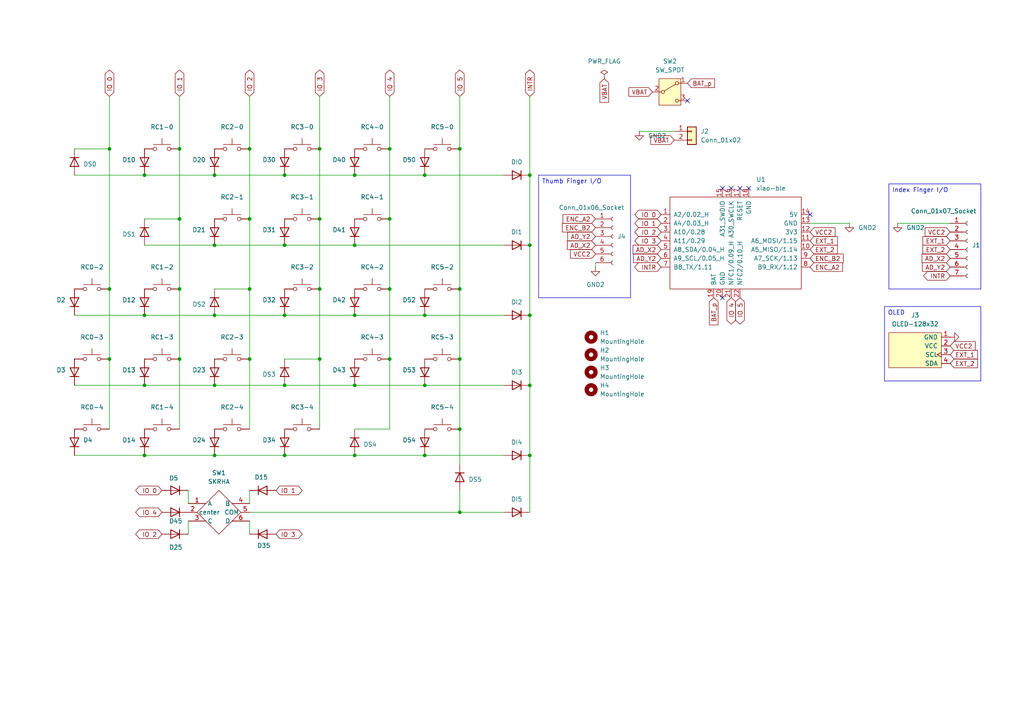
<source format=kicad_sch>
(kicad_sch (version 20250114) (generator "eeschema") (generator_version "9.0")
  (paper "A4")
  (lib_symbols
    (symbol "Connector:Conn_01x06_Socket" (pin_names (offset 1.016) (hide yes))
      (property "Reference" "J" (at 0 7.62 0))
      (property "Value" "Conn_01x06_Socket" (at 0 -10.16 0))
      (symbol "Conn_01x06_Socket_1_1"
        (polyline (pts (xy -1.27 5.08) (xy -0.508 5.08)) (stroke (width 0.1524)))
        (polyline (pts (xy -1.27 2.54) (xy -0.508 2.54)) (stroke (width 0.1524)))
        (polyline (pts (xy -1.27 0) (xy -0.508 0)) (stroke (width 0.1524)))
        (polyline (pts (xy -1.27 -2.54) (xy -0.508 -2.54)) (stroke (width 0.1524)))
        (polyline (pts (xy -1.27 -5.08) (xy -0.508 -5.08)) (stroke (width 0.1524)))
        (polyline (pts (xy -1.27 -7.62) (xy -0.508 -7.62)) (stroke (width 0.1524)))
        (arc (start 0 4.572) (mid -0.5058 5.08) (end 0 5.588) (stroke (width 0.1524)))
        (arc (start 0 2.032) (mid -0.5058 2.54) (end 0 3.048) (stroke (width 0.1524)))
        (arc (start 0 -0.508) (mid -0.5058 0) (end 0 0.508) (stroke (width 0.1524)))
        (arc (start 0 -3.048) (mid -0.5058 -2.54) (end 0 -2.032) (stroke (width 0.1524)))
        (arc (start 0 -5.588) (mid -0.5058 -5.08) (end 0 -4.572) (stroke (width 0.1524)))
        (arc (start 0 -8.128) (mid -0.5058 -7.62) (end 0 -7.112) (stroke (width 0.1524)))
        (pin passive line (at -5.08 5.08 0) (length 3.81) (name "Pin_1") (number "1"))
        (pin passive line (at -5.08 2.54 0) (length 3.81) (name "Pin_2") (number "2"))
        (pin passive line (at -5.08 0 0) (length 3.81) (name "Pin_3") (number "3"))
        (pin passive line (at -5.08 -2.54 0) (length 3.81) (name "Pin_4") (number "4"))
        (pin passive line (at -5.08 -5.08 0) (length 3.81) (name "Pin_5") (number "5"))
        (pin passive line (at -5.08 -7.62 0) (length 3.81) (name "Pin_6") (number "6"))
      )
    )
    (symbol "Connector:Conn_01x07_Socket" (pin_names (offset 1.016) (hide yes))
      (property "Reference" "J" (at 0 10.16 0))
      (property "Value" "Conn_01x07_Socket" (at 0 -10.16 0))
      (symbol "Conn_01x07_Socket_1_1"
        (polyline (pts (xy -1.27 7.62) (xy -0.508 7.62)) (stroke (width 0.1524)))
        (polyline (pts (xy -1.27 5.08) (xy -0.508 5.08)) (stroke (width 0.1524)))
        (polyline (pts (xy -1.27 2.54) (xy -0.508 2.54)) (stroke (width 0.1524)))
        (polyline (pts (xy -1.27 0) (xy -0.508 0)) (stroke (width 0.1524)))
        (polyline (pts (xy -1.27 -2.54) (xy -0.508 -2.54)) (stroke (width 0.1524)))
        (polyline (pts (xy -1.27 -5.08) (xy -0.508 -5.08)) (stroke (width 0.1524)))
        (polyline (pts (xy -1.27 -7.62) (xy -0.508 -7.62)) (stroke (width 0.1524)))
        (arc (start 0 7.112) (mid -0.5058 7.62) (end 0 8.128) (stroke (width 0.1524)))
        (arc (start 0 4.572) (mid -0.5058 5.08) (end 0 5.588) (stroke (width 0.1524)))
        (arc (start 0 2.032) (mid -0.5058 2.54) (end 0 3.048) (stroke (width 0.1524)))
        (arc (start 0 -0.508) (mid -0.5058 0) (end 0 0.508) (stroke (width 0.1524)))
        (arc (start 0 -3.048) (mid -0.5058 -2.54) (end 0 -2.032) (stroke (width 0.1524)))
        (arc (start 0 -5.588) (mid -0.5058 -5.08) (end 0 -4.572) (stroke (width 0.1524)))
        (arc (start 0 -8.128) (mid -0.5058 -7.62) (end 0 -7.112) (stroke (width 0.1524)))
        (pin passive line (at -5.08 7.62 0) (length 3.81) (name "Pin_1") (number "1"))
        (pin passive line (at -5.08 5.08 0) (length 3.81) (name "Pin_2") (number "2"))
        (pin passive line (at -5.08 2.54 0) (length 3.81) (name "Pin_3") (number "3"))
        (pin passive line (at -5.08 0 0) (length 3.81) (name "Pin_4") (number "4"))
        (pin passive line (at -5.08 -2.54 0) (length 3.81) (name "Pin_5") (number "5"))
        (pin passive line (at -5.08 -5.08 0) (length 3.81) (name "Pin_6") (number "6"))
        (pin passive line (at -5.08 -7.62 0) (length 3.81) (name "Pin_7") (number "7"))
      )
    )
    (symbol "Connector_Generic:Conn_01x02" (pin_names (offset 1.016) (hide yes))
      (property "Reference" "J" (at 0 2.54 0))
      (property "Value" "Conn_01x02" (at 0 -5.08 0))
      (symbol "Conn_01x02_1_1"
        (rectangle (start -1.27 1.27) (end 1.27 -3.81) (stroke (width 0.254)) (fill (type background)))
        (rectangle (start -1.27 0.127) (end 0 -0.127) (stroke (width 0.1524)))
        (rectangle (start -1.27 -2.413) (end 0 -2.667) (stroke (width 0.1524)))
        (pin passive line (at -5.08 0 0) (length 3.81) (name "Pin_1") (number "1"))
        (pin passive line (at -5.08 -2.54 0) (length 3.81) (name "Pin_2") (number "2"))
      )
    )
    (symbol "Diode:1N4148" (pin_numbers (hide yes)) (pin_names (hide yes))
      (property "Reference" "D" (at 0 2.54 0))
      (property "Value" "1N4148" (at 0 -2.54 0))
      (symbol "1N4148_0_1"
        (polyline (pts (xy -1.27 1.27) (xy -1.27 -1.27)) (stroke (width 0.254)))
        (polyline (pts (xy 1.27 1.27) (xy 1.27 -1.27) (xy -1.27 0) (xy 1.27 1.27)) (stroke (width 0.254)))
        (polyline (pts (xy 1.27 0) (xy -1.27 0)))
      )
      (symbol "1N4148_1_1"
        (pin passive line (at -3.81 0 0) (length 2.54) (name "K") (number "1"))
        (pin passive line (at 3.81 0 180) (length 2.54) (name "A") (number "2"))
      )
    )
    (symbol "GND_1" (power) (pin_numbers (hide yes)) (pin_names (offset 0) (hide yes))
      (property "Value" "GND" (at 0 -3.81 0))
      (symbol "GND_1_0_1"
        (polyline (pts (xy 0 0) (xy 0 -1.27) (xy 1.27 -1.27) (xy 0 -2.54) (xy -1.27 -1.27) (xy 0 -1.27)))
      )
      (symbol "GND_1_1_1"
        (pin power_in line (at 0 0 270) (length 0) (name "~") (number "1"))
      )
    )
    (symbol "GND_2" (power) (pin_numbers (hide yes)) (pin_names (offset 0) (hide yes))
      (property "Value" "GND" (at 0 -3.81 0))
      (symbol "GND_2_0_1"
        (polyline (pts (xy 0 0) (xy 0 -1.27) (xy 1.27 -1.27) (xy 0 -2.54) (xy -1.27 -1.27) (xy 0 -1.27)))
      )
      (symbol "GND_2_1_1"
        (pin power_in line (at 0 0 270) (length 0) (name "~") (number "1"))
      )
    )
    (symbol "Mechanical:MountingHole" (pin_names (offset 1.016)) (in_bom no)
      (property "Reference" "H" (at 0 5.08 0))
      (property "Value" "MountingHole" (at 0 3.175 0))
      (symbol "MountingHole_0_1"
        (circle (center 0 0) (radius 1.27) (stroke (width 1.27)))
      )
    )
    (symbol "SW_SPDT_1" (pin_names (offset 0) (hide yes))
      (property "Reference" "SW" (at 0 5.08 0))
      (property "Value" "SW_SPDT" (at 0 -5.08 0))
      (symbol "SW_SPDT_1_0_1"
        (circle (center -2.032 0) (radius 0.4572))
        (polyline (pts (xy -1.651 0.254) (xy 1.651 2.286)))
        (circle (center 2.032 2.54) (radius 0.4572))
        (circle (center 2.032 -2.54) (radius 0.4572))
      )
      (symbol "SW_SPDT_1_1_1"
        (rectangle (start -3.175 3.81) (end 3.175 -3.81) (fill (type background)))
        (pin passive line (at -5.08 0 0) (length 2.54) (name "B") (number "2"))
        (pin passive line (at 5.08 2.54 180) (length 2.54) (name "A") (number "1"))
        (pin passive line (at 5.08 -2.54 180) (length 2.54) (name "C") (number "3"))
      )
    )
    (symbol "Switch:SW_Push" (pin_numbers (hide yes)) (pin_names (offset 1.016) (hide yes))
      (property "Reference" "SW" (at 1.27 2.54 0))
      (property "Value" "SW_Push" (at 0 -1.524 0))
      (symbol "SW_Push_0_1"
        (circle (center -2.032 0) (radius 0.508))
        (polyline (pts (xy 0 1.27) (xy 0 3.048)))
        (circle (center 2.032 0) (radius 0.508))
        (polyline (pts (xy 2.54 1.27) (xy -2.54 1.27)))
        (pin passive line (at -5.08 0 0) (length 2.54) (name "1") (number "1"))
        (pin passive line (at 5.08 0 180) (length 2.54) (name "2") (number "2"))
      )
    )
    (symbol "display:OLED-128x32" (pin_names (offset 1.016))
      (property "Reference" "J" (at 0 -6.35 0))
      (property "Value" "OLED-128x32" (at 0 6.35 0))
      (symbol "OLED-128x32_0_1"
        (rectangle (start 0 5.08) (end 15.24 -5.08) (fill (type background)))
      )
      (symbol "OLED-128x32_1_1"
        (pin bidirectional line (at -2.54 3.81 0) (length 2.54) (name "SDA") (number "4"))
        (pin input clock (at -2.54 1.27 0) (length 2.54) (name "SCL") (number "3"))
        (pin power_in line (at -2.54 -1.27 0) (length 2.54) (name "VCC") (number "2"))
        (pin power_in line (at -2.54 -3.81 0) (length 2.54) (name "GND") (number "1"))
      )
    )
    (symbol "mcu:xiao-ble" (pin_names (offset 1.016))
      (property "Reference" "U" (at -17.78 16.51 0))
      (property "Value" "xiao-ble" (at -15.24 13.97 0))
      (symbol "xiao-ble_0_1"
        (rectangle (start -19.05 12.7) (end 19.05 -13.97))
      )
      (symbol "xiao-ble_1_1"
        (pin bidirectional line (at -21.59 7.62 0) (length 2.54) (name "A2/0.02_H") (number "1"))
        (pin bidirectional line (at -21.59 5.08 0) (length 2.54) (name "A4/0.03_H") (number "2"))
        (pin bidirectional line (at -21.59 2.54 0) (length 2.54) (name "A10/0.28") (number "3"))
        (pin bidirectional line (at -21.59 0 0) (length 2.54) (name "A11/0.29") (number "4"))
        (pin bidirectional line (at -21.59 -2.54 0) (length 2.54) (name "A8_SDA/0.04_H") (number "5"))
        (pin bidirectional line (at -21.59 -5.08 0) (length 2.54) (name "A9_SCL/0.05_H") (number "6"))
        (pin bidirectional line (at -21.59 -7.62 0) (length 2.54) (name "B8_TX/1.11") (number "7"))
        (pin bidirectional line (at -6.35 -16.51 90) (length 2.54) (name "BAT") (number "19"))
        (pin input line (at -3.81 15.24 270) (length 2.54) (name "A31_SWDIO") (number "15"))
        (pin power_out line (at -3.81 -16.51 90) (length 2.54) (name "GND") (number "20"))
        (pin input line (at -1.27 15.24 270) (length 2.54) (name "A30_SWCLK") (number "16"))
        (pin bidirectional line (at -1.27 -16.51 90) (length 2.54) (name "NFC1/0.09_H") (number "21"))
        (pin input line (at 1.27 15.24 270) (length 2.54) (name "RESET") (number "17"))
        (pin bidirectional line (at 1.27 -16.51 90) (length 2.54) (name "NFC2/0.10_H") (number "22"))
        (pin power_out line (at 3.81 15.24 270) (length 2.54) (name "GND") (number "18"))
        (pin power_out line (at 21.59 7.62 180) (length 2.54) (name "5V") (number "14"))
        (pin power_out line (at 21.59 5.08 180) (length 2.54) (name "GND") (number "13"))
        (pin power_out line (at 21.59 2.54 180) (length 2.54) (name "3V3") (number "12"))
        (pin bidirectional line (at 21.59 0 180) (length 2.54) (name "A6_MOSI/1.15") (number "11"))
        (pin bidirectional line (at 21.59 -2.54 180) (length 2.54) (name "A5_MISO/1.14") (number "10"))
        (pin bidirectional line (at 21.59 -5.08 180) (length 2.54) (name "A7_SCK/1.13") (number "9"))
        (pin bidirectional line (at 21.59 -7.62 180) (length 2.54) (name "B9_RX/1.12") (number "8"))
      )
    )
    (symbol "power:PWR_FLAG" (power) (pin_numbers (hide yes)) (pin_names (offset 0) (hide yes))
      (property "Value" "PWR_FLAG" (at 0 3.81 0))
      (symbol "PWR_FLAG_0_0"
        (pin power_out line (at 0 0 90) (length 0) (name "~") (number "1"))
      )
      (symbol "PWR_FLAG_0_1"
        (polyline (pts (xy 0 0) (xy 0 1.27) (xy -1.016 1.905) (xy 0 2.54) (xy 1.016 1.905) (xy 0 1.27)))
      )
    )
    (symbol "switch:SKRHA"
      (property "Reference" "SW" (at 0 8.89 0))
      (property "Value" "SKRHA" (at 0 -8.89 0))
      (symbol "SKRHA_0_1"
        (polyline (pts (xy 0 -6.35) (xy 6.35 0) (xy 0 6.35) (xy -6.35 0) (xy 0 -6.35)) (stroke (width 0.1524)))
      )
      (symbol "SKRHA_1_1"
        (pin bidirectional line (at -8.89 2.54 0) (length 5.08) (name "A") (number "1"))
        (pin bidirectional line (at -8.89 0 0) (length 2.54) (name "center") (number "2"))
        (pin bidirectional line (at -8.89 -2.54 0) (length 5.08) (name "C") (number "3"))
        (pin bidirectional line (at 8.89 2.54 180) (length 5.08) (name "B") (number "4"))
        (pin bidirectional line (at 8.89 0 180) (length 2.54) (name "COM") (number "5"))
        (pin bidirectional line (at 8.89 -2.54 180) (length 5.08) (name "D") (number "6"))
      )
    )
  )
  (text_box "OLED\n" (at 256.54 88.9 0) (size 27.94 21.59) (margins 0.9525 0.9525 0.9525 0.9525) (effects (font (size 1.27 1.27)) (justify left top)))
  (text_box "Index Finger I/O" (at 257.81 53.34 0) (size 26.67 30.48) (margins 0.9525 0.9525 0.9525 0.9525) (effects (font (size 1.27 1.27)) (justify left top)))
  (text_box "Thumb Finger I/O" (at 156.21 50.8 0) (size 26.67 35.56) (margins 0.9525 0.9525 0.9525 0.9525) (effects (font (size 1.27 1.27)) (justify left top)))
  (junction (at 31.75 104.14))
  (junction (at 92.71 83.82))
  (junction (at 133.35 104.14))
  (junction (at 52.07 83.82))
  (junction (at 72.39 104.14))
  (junction (at 102.87 71.12))
  (junction (at 153.67 71.12))
  (junction (at 153.67 50.8))
  (junction (at 113.03 63.5))
  (junction (at 102.87 132.08))
  (junction (at 82.55 132.08))
  (junction (at 102.87 91.44))
  (junction (at 31.75 83.82))
  (junction (at 41.91 132.08))
  (junction (at 72.39 83.82))
  (junction (at 82.55 91.44))
  (junction (at 41.91 91.44))
  (junction (at 113.03 83.82))
  (junction (at 153.67 132.08))
  (junction (at 62.23 50.8))
  (junction (at 82.55 50.8))
  (junction (at 123.19 132.08))
  (junction (at 52.07 63.5))
  (junction (at 31.75 43.18))
  (junction (at 72.39 63.5))
  (junction (at 92.71 63.5))
  (junction (at 62.23 91.44))
  (junction (at 153.67 91.44))
  (junction (at 62.23 111.76))
  (junction (at 113.03 104.14))
  (junction (at 52.07 104.14))
  (junction (at 41.91 111.76))
  (junction (at 113.03 43.18))
  (junction (at 92.71 104.14))
  (junction (at 62.23 132.08))
  (junction (at 62.23 71.12))
  (junction (at 133.35 148.59))
  (junction (at 123.19 50.8))
  (junction (at 123.19 111.76))
  (junction (at 133.35 124.46))
  (junction (at 52.07 43.18))
  (junction (at 41.91 50.8))
  (junction (at 82.55 71.12))
  (junction (at 72.39 43.18))
  (junction (at 102.87 50.8))
  (junction (at 133.35 83.82))
  (junction (at 102.87 111.76))
  (junction (at 133.35 43.18))
  (junction (at 92.71 43.18))
  (junction (at 153.67 111.76))
  (junction (at 82.55 111.76))
  (junction (at 123.19 91.44))
  (no_connect (at 199.39 29.21))
  (no_connect (at 217.17 54.61))
  (no_connect (at 214.63 54.61))
  (no_connect (at 209.55 86.36))
  (no_connect (at 212.09 54.61))
  (no_connect (at 209.55 54.61))
  (no_connect (at 234.95 62.23))
  (wire (pts (xy 72.39 63.5) (xy 72.39 83.82)))
  (wire (pts (xy 72.39 83.82) (xy 72.39 104.14)))
  (wire (pts (xy 72.39 43.18) (xy 72.39 63.5)))
  (wire (pts (xy 102.87 124.46) (xy 113.03 124.46)))
  (wire (pts (xy 62.23 111.76) (xy 82.55 111.76)))
  (wire (pts (xy 92.71 43.18) (xy 92.71 63.5)))
  (wire (pts (xy 52.07 43.18) (xy 52.07 63.5)))
  (wire (pts (xy 82.55 91.44) (xy 102.87 91.44)))
  (wire (pts (xy 133.35 104.14) (xy 133.35 124.46)))
  (wire (pts (xy 146.05 111.76) (xy 123.19 111.76)))
  (wire (pts (xy 21.59 132.08) (xy 41.91 132.08)))
  (wire (pts (xy 31.75 27.94) (xy 31.75 43.18)))
  (wire (pts (xy 146.05 132.08) (xy 123.19 132.08)))
  (wire (pts (xy 82.55 50.8) (xy 102.87 50.8)))
  (wire (pts (xy 102.87 111.76) (xy 123.19 111.76)))
  (wire (pts (xy 102.87 132.08) (xy 123.19 132.08)))
  (wire (pts (xy 41.91 111.76) (xy 62.23 111.76)))
  (wire (pts (xy 62.23 83.82) (xy 72.39 83.82)))
  (wire (pts (xy 62.23 132.08) (xy 82.55 132.08)))
  (wire (pts (xy 52.07 27.94) (xy 52.07 43.18)))
  (wire (pts (xy 153.67 71.12) (xy 153.67 91.44)))
  (wire (pts (xy 153.67 91.44) (xy 153.67 111.76)))
  (wire (pts (xy 185.42 38.1) (xy 195.58 38.1)))
  (wire (pts (xy 62.23 91.44) (xy 82.55 91.44)))
  (wire (pts (xy 41.91 132.08) (xy 62.23 132.08)))
  (wire (pts (xy 92.71 83.82) (xy 92.71 104.14)))
  (wire (pts (xy 260.35 64.77) (xy 275.59 64.77)))
  (wire (pts (xy 146.05 50.8) (xy 123.19 50.8)))
  (wire (pts (xy 31.75 83.82) (xy 31.75 104.14)))
  (wire (pts (xy 172.72 77.47) (xy 172.72 76.2)))
  (wire (pts (xy 41.91 71.12) (xy 62.23 71.12)))
  (wire (pts (xy 102.87 71.12) (xy 146.05 71.12)))
  (wire (pts (xy 72.39 154.94) (xy 72.39 151.13)))
  (wire (pts (xy 62.23 50.8) (xy 82.55 50.8)))
  (wire (pts (xy 82.55 71.12) (xy 102.87 71.12)))
  (wire (pts (xy 113.03 104.14) (xy 113.03 124.46)))
  (wire (pts (xy 72.39 27.94) (xy 72.39 43.18)))
  (wire (pts (xy 113.03 83.82) (xy 113.03 104.14)))
  (wire (pts (xy 52.07 63.5) (xy 52.07 83.82)))
  (wire (pts (xy 113.03 63.5) (xy 113.03 83.82)))
  (wire (pts (xy 133.35 142.24) (xy 133.35 148.59)))
  (wire (pts (xy 54.61 154.94) (xy 54.61 151.13)))
  (wire (pts (xy 54.61 142.24) (xy 54.61 146.05)))
  (wire (pts (xy 82.55 111.76) (xy 102.87 111.76)))
  (wire (pts (xy 21.59 50.8) (xy 41.91 50.8)))
  (wire (pts (xy 153.67 50.8) (xy 153.67 71.12)))
  (wire (pts (xy 72.39 148.59) (xy 133.35 148.59)))
  (wire (pts (xy 62.23 71.12) (xy 82.55 71.12)))
  (wire (pts (xy 31.75 104.14) (xy 31.75 124.46)))
  (wire (pts (xy 146.05 148.59) (xy 133.35 148.59)))
  (wire (pts (xy 234.95 64.77) (xy 246.38 64.77)))
  (wire (pts (xy 41.91 91.44) (xy 62.23 91.44)))
  (wire (pts (xy 41.91 50.8) (xy 62.23 50.8)))
  (wire (pts (xy 92.71 27.94) (xy 92.71 43.18)))
  (wire (pts (xy 102.87 50.8) (xy 123.19 50.8)))
  (wire (pts (xy 92.71 63.5) (xy 92.71 83.82)))
  (wire (pts (xy 133.35 43.18) (xy 133.35 83.82)))
  (wire (pts (xy 153.67 132.08) (xy 153.67 148.59)))
  (wire (pts (xy 72.39 142.24) (xy 72.39 146.05)))
  (wire (pts (xy 41.91 63.5) (xy 52.07 63.5)))
  (wire (pts (xy 113.03 43.18) (xy 113.03 63.5)))
  (wire (pts (xy 146.05 91.44) (xy 123.19 91.44)))
  (wire (pts (xy 92.71 104.14) (xy 92.71 124.46)))
  (wire (pts (xy 153.67 111.76) (xy 153.67 132.08)))
  (wire (pts (xy 72.39 104.14) (xy 72.39 124.46)))
  (wire (pts (xy 113.03 27.94) (xy 113.03 43.18)))
  (wire (pts (xy 133.35 124.46) (xy 133.35 134.62)))
  (wire (pts (xy 21.59 111.76) (xy 41.91 111.76)))
  (wire (pts (xy 102.87 91.44) (xy 123.19 91.44)))
  (wire (pts (xy 31.75 43.18) (xy 31.75 83.82)))
  (wire (pts (xy 82.55 104.14) (xy 92.71 104.14)))
  (wire (pts (xy 52.07 104.14) (xy 52.07 124.46)))
  (wire (pts (xy 133.35 27.94) (xy 133.35 43.18)))
  (wire (pts (xy 52.07 83.82) (xy 52.07 104.14)))
  (wire (pts (xy 153.67 27.94) (xy 153.67 50.8)))
  (wire (pts (xy 21.59 43.18) (xy 31.75 43.18)))
  (wire (pts (xy 133.35 83.82) (xy 133.35 104.14)))
  (wire (pts (xy 21.59 91.44) (xy 41.91 91.44)))
  (wire (pts (xy 82.55 132.08) (xy 102.87 132.08)))
  (global_label "EXT_2" (shape input) (at 275.59 72.39 180) (property "Intersheetrefs" "${INTERSHEET_REFS}" (effects (hide yes))))
  (global_label "IO 1" (shape bidirectional) (at 52.07 27.94 90) (property "Intersheetrefs" "${INTERSHEET_REFS}" (effects (hide yes))))
  (global_label "VBAT" (shape input) (at 189.23 26.67 180) (property "Intersheetrefs" "${INTERSHEET_REFS}" (effects (hide yes))))
  (global_label "IO 5" (shape bidirectional) (at 214.63 86.36 270) (property "Intersheetrefs" "${INTERSHEET_REFS}" (effects (hide yes))))
  (global_label "INTR" (shape bidirectional) (at 191.77 77.47 180) (property "Intersheetrefs" "${INTERSHEET_REFS}" (effects (hide yes))))
  (global_label "IO 0" (shape bidirectional) (at 191.77 62.23 180) (property "Intersheetrefs" "${INTERSHEET_REFS}" (effects (hide yes))))
  (global_label "IO 0" (shape bidirectional) (at 31.75 27.94 90) (property "Intersheetrefs" "${INTERSHEET_REFS}" (effects (hide yes))))
  (global_label "EXT_1" (shape input) (at 275.59 69.85 180) (property "Intersheetrefs" "${INTERSHEET_REFS}" (effects (hide yes))))
  (global_label "AD_X2" (shape input) (at 172.72 71.12 180) (property "Intersheetrefs" "${INTERSHEET_REFS}" (effects (hide yes))))
  (global_label "INTR" (shape bidirectional) (at 153.67 27.94 90) (property "Intersheetrefs" "${INTERSHEET_REFS}" (effects (hide yes))))
  (global_label "VBAT" (shape input) (at 175.26 22.86 270) (property "Intersheetrefs" "${INTERSHEET_REFS}" (effects (hide yes))))
  (global_label "IO 4" (shape bidirectional) (at 46.99 148.59 180) (property "Intersheetrefs" "${INTERSHEET_REFS}" (effects (hide yes))))
  (global_label "IO 5" (shape bidirectional) (at 133.35 27.94 90) (property "Intersheetrefs" "${INTERSHEET_REFS}" (effects (hide yes))))
  (global_label "IO 0" (shape bidirectional) (at 46.99 142.24 180) (property "Intersheetrefs" "${INTERSHEET_REFS}" (effects (hide yes))))
  (global_label "VBAT" (shape input) (at 195.58 40.64 180) (property "Intersheetrefs" "${INTERSHEET_REFS}" (effects (hide yes))))
  (global_label "IO 1" (shape bidirectional) (at 80.01 142.24 0) (property "Intersheetrefs" "${INTERSHEET_REFS}" (effects (hide yes))))
  (global_label "ENC_A2" (shape input) (at 172.72 63.5 180) (property "Intersheetrefs" "${INTERSHEET_REFS}" (effects (hide yes))))
  (global_label "IO 2" (shape bidirectional) (at 191.77 67.31 180) (property "Intersheetrefs" "${INTERSHEET_REFS}" (effects (hide yes))))
  (global_label "IO 2" (shape bidirectional) (at 72.39 27.94 90) (property "Intersheetrefs" "${INTERSHEET_REFS}" (effects (hide yes))))
  (global_label "IO 4" (shape bidirectional) (at 212.09 86.36 270) (property "Intersheetrefs" "${INTERSHEET_REFS}" (effects (hide yes))))
  (global_label "BAT_p" (shape input) (at 207.01 86.36 270) (property "Intersheetrefs" "${INTERSHEET_REFS}" (effects (hide yes))))
  (global_label "IO 3" (shape bidirectional) (at 80.01 154.94 0) (property "Intersheetrefs" "${INTERSHEET_REFS}" (effects (hide yes))))
  (global_label "AD_Y2" (shape input) (at 172.72 68.58 180) (property "Intersheetrefs" "${INTERSHEET_REFS}" (effects (hide yes))))
  (global_label "IO 3" (shape bidirectional) (at 191.77 69.85 180) (property "Intersheetrefs" "${INTERSHEET_REFS}" (effects (hide yes))))
  (global_label "IO 2" (shape bidirectional) (at 46.99 154.94 180) (property "Intersheetrefs" "${INTERSHEET_REFS}" (effects (hide yes))))
  (global_label "ENC_B2" (shape input) (at 234.95 74.93 0) (property "Intersheetrefs" "${INTERSHEET_REFS}" (effects (hide yes))))
  (global_label "EXT_1" (shape input) (at 234.95 69.85 0) (property "Intersheetrefs" "${INTERSHEET_REFS}" (effects (hide yes))))
  (global_label "AD_X2" (shape input) (at 275.59 74.93 180) (property "Intersheetrefs" "${INTERSHEET_REFS}" (effects (hide yes))))
  (global_label "EXT_2" (shape input) (at 275.59 105.41 0) (property "Intersheetrefs" "${INTERSHEET_REFS}" (effects (hide yes))))
  (global_label "AD_Y2" (shape input) (at 275.59 77.47 180) (property "Intersheetrefs" "${INTERSHEET_REFS}" (effects (hide yes))))
  (global_label "ENC_A2" (shape input) (at 234.95 77.47 0) (property "Intersheetrefs" "${INTERSHEET_REFS}" (effects (hide yes))))
  (global_label "ENC_B2" (shape input) (at 172.72 66.04 180) (property "Intersheetrefs" "${INTERSHEET_REFS}" (effects (hide yes))))
  (global_label "IO 1" (shape bidirectional) (at 191.77 64.77 180) (property "Intersheetrefs" "${INTERSHEET_REFS}" (effects (hide yes))))
  (global_label "EXT_2" (shape input) (at 234.95 72.39 0) (property "Intersheetrefs" "${INTERSHEET_REFS}" (effects (hide yes))))
  (global_label "VCC2" (shape input) (at 275.59 67.31 180) (property "Intersheetrefs" "${INTERSHEET_REFS}" (effects (hide yes))))
  (global_label "IO 4" (shape bidirectional) (at 113.03 27.94 90) (property "Intersheetrefs" "${INTERSHEET_REFS}" (effects (hide yes))))
  (global_label "AD_X2" (shape input) (at 191.77 72.39 180) (property "Intersheetrefs" "${INTERSHEET_REFS}" (effects (hide yes))))
  (global_label "EXT_1" (shape input) (at 275.59 102.87 0) (property "Intersheetrefs" "${INTERSHEET_REFS}" (effects (hide yes))))
  (global_label "INTR" (shape bidirectional) (at 275.59 80.01 180) (property "Intersheetrefs" "${INTERSHEET_REFS}" (effects (hide yes))))
  (global_label "VCC2" (shape input) (at 172.72 73.66 180) (property "Intersheetrefs" "${INTERSHEET_REFS}" (effects (hide yes))))
  (global_label "VCC2" (shape input) (at 275.59 100.33 0) (property "Intersheetrefs" "${INTERSHEET_REFS}" (effects (hide yes))))
  (global_label "IO 3" (shape bidirectional) (at 92.71 27.94 90) (property "Intersheetrefs" "${INTERSHEET_REFS}" (effects (hide yes))))
  (global_label "BAT_p" (shape input) (at 199.39 24.13 0) (property "Intersheetrefs" "${INTERSHEET_REFS}" (effects (hide yes))))
  (global_label "AD_Y2" (shape input) (at 191.77 74.93 180) (property "Intersheetrefs" "${INTERSHEET_REFS}" (effects (hide yes))))
  (global_label "VCC2" (shape input) (at 234.95 67.31 0) (property "Intersheetrefs" "${INTERSHEET_REFS}" (effects (hide yes))))
  (symbol (lib_name "GND_2") (lib_id "power:GND") (at 275.59 97.79 90) (unit 1)
    (property "Reference" "#PWR01" (effects (hide yes)))
    (property "Value" "GND2" (effects (hide yes)))
    (property "Description" "Power symbol creates a global label with name \"GND\" , ground" (effects (hide yes)))
  )
  (symbol (lib_id "Diode:1N4148") (at 76.2 142.24 0) (mirror x) (unit 1)
    (property "Reference" "D15" (at 77.724 138.43 0) (effects (justify right)))
    (property "Value" "1N4148" (effects (hide yes)))
    (property "Footprint" "Sekitei:SOD123_DIO" (effects (hide yes)))
    (property "Datasheet" "https://assets.nexperia.com/documents/data-sheet/1N4148_1N4448.pdf" (effects (hide yes)))
    (property "Sim.Device" "D" (effects (hide yes)))
    (property "Sim.Pins" "1=K 2=A" (effects (hide yes)))
  )
  (symbol (lib_id "Switch:SW_Push") (at 107.95 83.82 0) (mirror y) (unit 1)
    (property "Reference" "RC4-2" (at 107.95 77.47 0))
    (property "Value" "SW_Push" (effects (hide yes)))
    (property "Footprint" "Sekitei:Choc_v2_Hotswap_1u_narrow" (effects (hide yes)))
  )
  (symbol (lib_id "Diode:1N4148") (at 82.55 107.95 270) (unit 1)
    (property "Reference" "DS3" (at 80.01 108.585 90) (effects (justify right)))
    (property "Value" "1N4148" (effects (hide yes)))
    (property "Footprint" "Sekitei:SOD123_DIO" (effects (hide yes)))
    (property "Datasheet" "https://assets.nexperia.com/documents/data-sheet/1N4148_1N4448.pdf" (effects (hide yes)))
    (property "Sim.Device" "D" (effects (hide yes)))
    (property "Sim.Pins" "1=K 2=A" (effects (hide yes)))
  )
  (symbol (lib_id "Diode:1N4148") (at 123.19 107.95 270) (mirror x) (unit 1)
    (property "Reference" "D53" (at 120.65 107.315 90) (effects (justify right)))
    (property "Value" "1N4148" (effects (hide yes)))
    (property "Footprint" "Sekitei:SOD123_DIO" (effects (hide yes)))
    (property "Datasheet" "https://assets.nexperia.com/documents/data-sheet/1N4148_1N4448.pdf" (effects (hide yes)))
    (property "Sim.Device" "D" (effects (hide yes)))
    (property "Sim.Pins" "1=K 2=A" (effects (hide yes)))
  )
  (symbol (lib_name "SW_SPDT_1") (lib_id "Switch:SW_SPDT") (at 194.31 26.67 0) (unit 1)
    (property "Reference" "SW2" (at 194.31 17.78 0))
    (property "Value" "SW_SPDT" (at 194.31 20.32 0))
    (property "Footprint" "Sekitei:SW_Slide-03_Wuerth-WS-SLTV_10x2.5x6.4_P2.54mm" (effects (hide yes)))
    (property "Description" "Switch, single pole double throw" (effects (hide yes)))
  )
  (symbol (lib_id "Diode:1N4148") (at 102.87 67.31 270) (mirror x) (unit 1)
    (property "Reference" "D41" (at 100.33 66.675 90) (effects (justify right)))
    (property "Value" "1N4148" (effects (hide yes)))
    (property "Footprint" "Sekitei:SOD123_DIO" (effects (hide yes)))
    (property "Datasheet" "https://assets.nexperia.com/documents/data-sheet/1N4148_1N4448.pdf" (effects (hide yes)))
    (property "Sim.Device" "D" (effects (hide yes)))
    (property "Sim.Pins" "1=K 2=A" (effects (hide yes)))
  )
  (symbol (lib_id "Diode:1N4148") (at 41.91 46.99 270) (mirror x) (unit 1)
    (property "Reference" "D10" (at 39.37 46.355 90) (effects (justify right)))
    (property "Value" "1N4148" (effects (hide yes)))
    (property "Footprint" "Sekitei:SOD123_DIO" (effects (hide yes)))
    (property "Datasheet" "https://assets.nexperia.com/documents/data-sheet/1N4148_1N4448.pdf" (effects (hide yes)))
    (property "Sim.Device" "D" (effects (hide yes)))
    (property "Sim.Pins" "1=K 2=A" (effects (hide yes)))
  )
  (symbol (lib_id "Switch:SW_Push") (at 87.63 83.82 0) (mirror y) (unit 1)
    (property "Reference" "RC3-2" (at 87.63 77.47 0))
    (property "Value" "SW_Push" (effects (hide yes)))
    (property "Footprint" "Sekitei:Choc_v2_Hotswap_1u_narrow" (effects (hide yes)))
  )
  (symbol (lib_id "Switch:SW_Push") (at 26.67 104.14 0) (mirror y) (unit 1)
    (property "Reference" "RC0-3" (at 26.67 97.79 0))
    (property "Value" "SW_Push" (effects (hide yes)))
    (property "Footprint" "Sekitei:Choc_v2_Hotswap_1u_narrow" (effects (hide yes)))
  )
  (symbol (lib_id "Diode:1N4148") (at 102.87 46.99 270) (mirror x) (unit 1)
    (property "Reference" "D40" (at 100.33 46.355 90) (effects (justify right)))
    (property "Value" "1N4148" (effects (hide yes)))
    (property "Footprint" "Sekitei:SOD123_DIO" (effects (hide yes)))
    (property "Datasheet" "https://assets.nexperia.com/documents/data-sheet/1N4148_1N4448.pdf" (effects (hide yes)))
    (property "Sim.Device" "D" (effects (hide yes)))
    (property "Sim.Pins" "1=K 2=A" (effects (hide yes)))
  )
  (symbol (lib_id "switch:SKRHA") (at 63.5 148.59 0) (unit 1)
    (property "Reference" "SW1" (at 63.5 137.16 0))
    (property "Value" "SKRHA" (at 63.5 139.7 0))
    (property "Footprint" "Sekitei:SKRHA-boss" (effects (hide yes)))
  )
  (symbol (lib_id "Switch:SW_Push") (at 67.31 104.14 0) (mirror y) (unit 1)
    (property "Reference" "RC2-3" (at 67.31 97.79 0))
    (property "Value" "SW_Push" (effects (hide yes)))
    (property "Footprint" "Sekitei:Choc_v2_Hotswap_1u_narrow" (effects (hide yes)))
  )
  (symbol (lib_id "Diode:1N4148") (at 41.91 87.63 270) (mirror x) (unit 1)
    (property "Reference" "D12" (at 39.37 86.995 90) (effects (justify right)))
    (property "Value" "1N4148" (effects (hide yes)))
    (property "Footprint" "Sekitei:SOD123_DIO" (effects (hide yes)))
    (property "Datasheet" "https://assets.nexperia.com/documents/data-sheet/1N4148_1N4448.pdf" (effects (hide yes)))
    (property "Sim.Device" "D" (effects (hide yes)))
    (property "Sim.Pins" "1=K 2=A" (effects (hide yes)))
  )
  (symbol (lib_name "GND_2") (lib_id "power:GND") (at 172.72 77.47 0) (unit 1)
    (property "Reference" "#PWR010" (effects (hide yes)))
    (property "Value" "GND2" (at 172.72 82.55 0))
    (property "Description" "Power symbol creates a global label with name \"GND\" , ground" (effects (hide yes)))
  )
  (symbol (lib_id "Diode:1N4148") (at 82.55 128.27 270) (mirror x) (unit 1)
    (property "Reference" "D34" (at 80.01 127.635 90) (effects (justify right)))
    (property "Value" "1N4148" (effects (hide yes)))
    (property "Footprint" "Sekitei:SOD123_DIO" (effects (hide yes)))
    (property "Datasheet" "https://assets.nexperia.com/documents/data-sheet/1N4148_1N4448.pdf" (effects (hide yes)))
    (property "Sim.Device" "D" (effects (hide yes)))
    (property "Sim.Pins" "1=K 2=A" (effects (hide yes)))
  )
  (symbol (lib_id "Switch:SW_Push") (at 107.95 43.18 0) (mirror y) (unit 1)
    (property "Reference" "RC4-0" (at 107.95 36.83 0))
    (property "Value" "SW_Push" (effects (hide yes)))
    (property "Footprint" "Sekitei:Choc_v2_Hotswap_1u_narrow" (effects (hide yes)))
  )
  (symbol (lib_id "Switch:SW_Push") (at 67.31 124.46 0) (mirror y) (unit 1)
    (property "Reference" "RC2-4" (at 67.31 118.11 0))
    (property "Value" "SW_Push" (effects (hide yes)))
    (property "Footprint" "Sekitei:Choc_v2_Hotswap_1u_narrow" (effects (hide yes)))
  )
  (symbol (lib_id "Diode:1N4148") (at 149.86 91.44 0) (mirror y) (unit 1)
    (property "Reference" "DI2" (at 149.86 87.63 0))
    (property "Value" "1N4148" (effects (hide yes)))
    (property "Footprint" "Sekitei:SOD123_DIO" (effects (hide yes)))
    (property "Datasheet" "https://assets.nexperia.com/documents/data-sheet/1N4148_1N4448.pdf" (effects (hide yes)))
    (property "Sim.Device" "D" (effects (hide yes)))
    (property "Sim.Pins" "1=K 2=A" (effects (hide yes)))
  )
  (symbol (lib_id "Diode:1N4148") (at 41.91 107.95 270) (mirror x) (unit 1)
    (property "Reference" "D13" (at 39.37 107.315 90) (effects (justify right)))
    (property "Value" "1N4148" (effects (hide yes)))
    (property "Footprint" "Sekitei:SOD123_DIO" (effects (hide yes)))
    (property "Datasheet" "https://assets.nexperia.com/documents/data-sheet/1N4148_1N4448.pdf" (effects (hide yes)))
    (property "Sim.Device" "D" (effects (hide yes)))
    (property "Sim.Pins" "1=K 2=A" (effects (hide yes)))
  )
  (symbol (lib_id "display:OLED-128x32") (at 273.05 101.6 180) (unit 1)
    (property "Reference" "J3" (at 265.43 91.44 0))
    (property "Value" "OLED-128x32" (at 265.43 93.98 0))
    (property "Footprint" "Sekitei:OLED-128x32-cutout" (effects (hide yes)))
  )
  (symbol (lib_id "Diode:1N4148") (at 62.23 87.63 270) (unit 1)
    (property "Reference" "DS2" (at 59.69 88.265 90) (effects (justify right)))
    (property "Value" "1N4148" (effects (hide yes)))
    (property "Footprint" "Sekitei:SOD123_DIO" (effects (hide yes)))
    (property "Datasheet" "https://assets.nexperia.com/documents/data-sheet/1N4148_1N4448.pdf" (effects (hide yes)))
    (property "Sim.Device" "D" (effects (hide yes)))
    (property "Sim.Pins" "1=K 2=A" (effects (hide yes)))
  )
  (symbol (lib_id "Diode:1N4148") (at 62.23 46.99 270) (mirror x) (unit 1)
    (property "Reference" "D20" (at 59.69 46.355 90) (effects (justify right)))
    (property "Value" "1N4148" (effects (hide yes)))
    (property "Footprint" "Sekitei:SOD123_DIO" (effects (hide yes)))
    (property "Datasheet" "https://assets.nexperia.com/documents/data-sheet/1N4148_1N4448.pdf" (effects (hide yes)))
    (property "Sim.Device" "D" (effects (hide yes)))
    (property "Sim.Pins" "1=K 2=A" (effects (hide yes)))
  )
  (symbol (lib_id "Switch:SW_Push") (at 67.31 63.5 0) (mirror y) (unit 1)
    (property "Reference" "RC2-1" (at 67.31 57.15 0))
    (property "Value" "SW_Push" (effects (hide yes)))
    (property "Footprint" "Sekitei:Choc_v2_Hotswap_1u_narrow" (effects (hide yes)))
  )
  (symbol (lib_id "Diode:1N4148") (at 21.59 107.95 270) (mirror x) (unit 1)
    (property "Reference" "D3" (at 19.05 107.315 90) (effects (justify right)))
    (property "Value" "1N4148" (effects (hide yes)))
    (property "Footprint" "Sekitei:SOD123_DIO" (effects (hide yes)))
    (property "Datasheet" "https://assets.nexperia.com/documents/data-sheet/1N4148_1N4448.pdf" (effects (hide yes)))
    (property "Sim.Device" "D" (effects (hide yes)))
    (property "Sim.Pins" "1=K 2=A" (effects (hide yes)))
  )
  (symbol (lib_id "Switch:SW_Push") (at 128.27 124.46 0) (mirror y) (unit 1)
    (property "Reference" "RC5-4" (at 128.27 118.11 0))
    (property "Value" "SW_Push" (effects (hide yes)))
    (property "Footprint" "Sekitei:Choc_v2_Hotswap_1u_narrow" (effects (hide yes)))
  )
  (symbol (lib_id "Switch:SW_Push") (at 107.95 63.5 0) (mirror y) (unit 1)
    (property "Reference" "RC4-1" (at 107.95 57.15 0))
    (property "Value" "SW_Push" (effects (hide yes)))
    (property "Footprint" "Sekitei:Choc_v2_Hotswap_1u_narrow" (effects (hide yes)))
  )
  (symbol (lib_id "Diode:1N4148") (at 21.59 87.63 270) (mirror x) (unit 1)
    (property "Reference" "D2" (at 19.05 86.995 90) (effects (justify right)))
    (property "Value" "1N4148" (effects (hide yes)))
    (property "Footprint" "Sekitei:SOD123_DIO" (effects (hide yes)))
    (property "Datasheet" "https://assets.nexperia.com/documents/data-sheet/1N4148_1N4448.pdf" (effects (hide yes)))
    (property "Sim.Device" "D" (effects (hide yes)))
    (property "Sim.Pins" "1=K 2=A" (effects (hide yes)))
  )
  (symbol (lib_id "Switch:SW_Push") (at 46.99 124.46 0) (mirror y) (unit 1)
    (property "Reference" "RC1-4" (at 46.99 118.11 0))
    (property "Value" "SW_Push" (effects (hide yes)))
    (property "Footprint" "Sekitei:Choc_v2_Hotswap_1u_narrow" (effects (hide yes)))
  )
  (symbol (lib_id "Switch:SW_Push") (at 87.63 63.5 0) (mirror y) (unit 1)
    (property "Reference" "RC3-1" (at 87.63 57.15 0))
    (property "Value" "SW_Push" (effects (hide yes)))
    (property "Footprint" "Sekitei:Choc_v2_Hotswap_1u_narrow" (effects (hide yes)))
  )
  (symbol (lib_id "Diode:1N4148") (at 82.55 46.99 270) (mirror x) (unit 1)
    (property "Reference" "D30" (at 80.01 46.355 90) (effects (justify right)))
    (property "Value" "1N4148" (effects (hide yes)))
    (property "Footprint" "Sekitei:SOD123_DIO" (effects (hide yes)))
    (property "Datasheet" "https://assets.nexperia.com/documents/data-sheet/1N4148_1N4448.pdf" (effects (hide yes)))
    (property "Sim.Device" "D" (effects (hide yes)))
    (property "Sim.Pins" "1=K 2=A" (effects (hide yes)))
  )
  (symbol (lib_id "power:PWR_FLAG") (at 175.26 22.86 0) (unit 1)
    (property "Reference" "#FLG01" (effects (hide yes)))
    (property "Value" "PWR_FLAG" (at 175.26 17.78 0))
    (property "Description" "Special symbol for telling ERC where power comes from" (effects (hide yes)))
  )
  (symbol (lib_id "Mechanical:MountingHole") (at 171.45 107.95 0) (unit 1) (in_bom no)
    (property "Reference" "H3" (at 173.99 106.6799 0) (effects (justify left)))
    (property "Value" "MountingHole" (at 173.99 109.2199 0) (effects (justify left)))
    (property "Footprint" "kbd_Hole:m2_Screw_Hole" (effects (hide yes)))
    (property "Description" "Mounting Hole without connection" (effects (hide yes)))
  )
  (symbol (lib_id "Diode:1N4148") (at 82.55 87.63 270) (mirror x) (unit 1)
    (property "Reference" "D32" (at 80.01 86.995 90) (effects (justify right)))
    (property "Value" "1N4148" (effects (hide yes)))
    (property "Footprint" "Sekitei:SOD123_DIO" (effects (hide yes)))
    (property "Datasheet" "https://assets.nexperia.com/documents/data-sheet/1N4148_1N4448.pdf" (effects (hide yes)))
    (property "Sim.Device" "D" (effects (hide yes)))
    (property "Sim.Pins" "1=K 2=A" (effects (hide yes)))
  )
  (symbol (lib_id "Diode:1N4148") (at 149.86 132.08 0) (mirror y) (unit 1)
    (property "Reference" "DI4" (at 149.86 128.27 0))
    (property "Value" "1N4148" (effects (hide yes)))
    (property "Footprint" "Sekitei:SOD123_DIO" (effects (hide yes)))
    (property "Datasheet" "https://assets.nexperia.com/documents/data-sheet/1N4148_1N4448.pdf" (effects (hide yes)))
    (property "Sim.Device" "D" (effects (hide yes)))
    (property "Sim.Pins" "1=K 2=A" (effects (hide yes)))
  )
  (symbol (lib_id "Diode:1N4148") (at 102.87 87.63 270) (mirror x) (unit 1)
    (property "Reference" "D42" (at 100.33 86.995 90) (effects (justify right)))
    (property "Value" "1N4148" (effects (hide yes)))
    (property "Footprint" "Sekitei:SOD123_DIO" (effects (hide yes)))
    (property "Datasheet" "https://assets.nexperia.com/documents/data-sheet/1N4148_1N4448.pdf" (effects (hide yes)))
    (property "Sim.Device" "D" (effects (hide yes)))
    (property "Sim.Pins" "1=K 2=A" (effects (hide yes)))
  )
  (symbol (lib_id "Switch:SW_Push") (at 128.27 83.82 0) (mirror y) (unit 1)
    (property "Reference" "RC5-2" (at 128.27 77.47 0))
    (property "Value" "SW_Push" (effects (hide yes)))
    (property "Footprint" "Sekitei:Choc_v2_Hotswap_1u_narrow" (effects (hide yes)))
  )
  (symbol (lib_id "Switch:SW_Push") (at 128.27 104.14 0) (mirror y) (unit 1)
    (property "Reference" "RC5-3" (at 128.27 97.79 0))
    (property "Value" "SW_Push" (effects (hide yes)))
    (property "Footprint" "Sekitei:Choc_v2_Hotswap_1u_narrow" (effects (hide yes)))
  )
  (symbol (lib_id "Diode:1N4148") (at 76.2 154.94 0) (mirror x) (unit 1)
    (property "Reference" "D35" (at 78.486 158.242 0) (effects (justify right)))
    (property "Value" "1N4148" (effects (hide yes)))
    (property "Footprint" "Sekitei:SOD123_DIO" (effects (hide yes)))
    (property "Datasheet" "https://assets.nexperia.com/documents/data-sheet/1N4148_1N4448.pdf" (effects (hide yes)))
    (property "Sim.Device" "D" (effects (hide yes)))
    (property "Sim.Pins" "1=K 2=A" (effects (hide yes)))
  )
  (symbol (lib_id "Diode:1N4148") (at 50.8 154.94 0) (mirror y) (unit 1)
    (property "Reference" "D25" (at 49.022 158.75 0) (effects (justify right)))
    (property "Value" "1N4148" (effects (hide yes)))
    (property "Footprint" "Sekitei:SOD123_DIO" (effects (hide yes)))
    (property "Datasheet" "https://assets.nexperia.com/documents/data-sheet/1N4148_1N4448.pdf" (effects (hide yes)))
    (property "Sim.Device" "D" (effects (hide yes)))
    (property "Sim.Pins" "1=K 2=A" (effects (hide yes)))
  )
  (symbol (lib_id "Diode:1N4148") (at 149.86 71.12 0) (mirror y) (unit 1)
    (property "Reference" "DI1" (at 149.86 67.31 0))
    (property "Value" "1N4148" (effects (hide yes)))
    (property "Footprint" "Sekitei:SOD123_DIO" (effects (hide yes)))
    (property "Datasheet" "https://assets.nexperia.com/documents/data-sheet/1N4148_1N4448.pdf" (effects (hide yes)))
    (property "Sim.Device" "D" (effects (hide yes)))
    (property "Sim.Pins" "1=K 2=A" (effects (hide yes)))
  )
  (symbol (lib_id "Diode:1N4148") (at 123.19 87.63 270) (mirror x) (unit 1)
    (property "Reference" "D52" (at 120.65 86.995 90) (effects (justify right)))
    (property "Value" "1N4148" (effects (hide yes)))
    (property "Footprint" "Sekitei:SOD123_DIO" (effects (hide yes)))
    (property "Datasheet" "https://assets.nexperia.com/documents/data-sheet/1N4148_1N4448.pdf" (effects (hide yes)))
    (property "Sim.Device" "D" (effects (hide yes)))
    (property "Sim.Pins" "1=K 2=A" (effects (hide yes)))
  )
  (symbol (lib_id "Diode:1N4148") (at 50.8 142.24 0) (mirror y) (unit 1)
    (property "Reference" "D5" (at 49.022 138.684 0) (effects (justify right)))
    (property "Value" "1N4148" (effects (hide yes)))
    (property "Footprint" "Sekitei:SOD123_DIO" (effects (hide yes)))
    (property "Datasheet" "https://assets.nexperia.com/documents/data-sheet/1N4148_1N4448.pdf" (effects (hide yes)))
    (property "Sim.Device" "D" (effects (hide yes)))
    (property "Sim.Pins" "1=K 2=A" (effects (hide yes)))
  )
  (symbol (lib_name "GND_2") (lib_id "power:GND") (at 246.38 64.77 0) (unit 1)
    (property "Reference" "#PWR04" (effects (hide yes)))
    (property "Value" "GND2" (at 248.92 66.0399 0) (effects (justify left)))
    (property "Description" "Power symbol creates a global label with name \"GND\" , ground" (effects (hide yes)))
  )
  (symbol (lib_name "GND_1") (lib_id "power:GND") (at 185.42 38.1 0) (unit 1)
    (property "Reference" "#PWR02" (effects (hide yes)))
    (property "Value" "GND2" (at 187.96 39.3699 0) (effects (justify left)))
    (property "Description" "Power symbol creates a global label with name \"GND\" , ground" (effects (hide yes)))
  )
  (symbol (lib_id "Diode:1N4148") (at 149.86 111.76 0) (mirror y) (unit 1)
    (property "Reference" "DI3" (at 149.86 107.95 0))
    (property "Value" "1N4148" (effects (hide yes)))
    (property "Footprint" "Sekitei:SOD123_DIO" (effects (hide yes)))
    (property "Datasheet" "https://assets.nexperia.com/documents/data-sheet/1N4148_1N4448.pdf" (effects (hide yes)))
    (property "Sim.Device" "D" (effects (hide yes)))
    (property "Sim.Pins" "1=K 2=A" (effects (hide yes)))
  )
  (symbol (lib_id "mcu:xiao-ble") (at 213.36 69.85 0) (unit 1)
    (property "Reference" "U1" (at 219.3133 52.07 0) (effects (justify left)))
    (property "Value" "xiao-ble" (at 219.3133 54.61 0) (effects (justify left)))
    (property "Footprint" "Sekitei:xiao-ble-smd-cutout-hole-mod" (effects (hide yes)))
  )
  (symbol (lib_id "Diode:1N4148") (at 133.35 138.43 90) (mirror x) (unit 1)
    (property "Reference" "DS5" (at 135.89 139.065 90) (effects (justify right)))
    (property "Value" "1N4148" (effects (hide yes)))
    (property "Footprint" "Sekitei:SOD123_DIO" (effects (hide yes)))
    (property "Datasheet" "https://assets.nexperia.com/documents/data-sheet/1N4148_1N4448.pdf" (effects (hide yes)))
    (property "Sim.Device" "D" (effects (hide yes)))
    (property "Sim.Pins" "1=K 2=A" (effects (hide yes)))
  )
  (symbol (lib_id "Connector:Conn_01x07_Socket") (at 280.67 72.39 0) (unit 1)
    (property "Reference" "J1" (at 281.94 71.1199 0) (effects (justify left)))
    (property "Value" "Conn_01x07_Socket" (at 264.16 61.214 0) (effects (justify left)))
    (property "Footprint" "Connector_PinHeader_2.54mm:PinHeader_1x07_P2.54mm_Vertical" (effects (hide yes)))
    (property "Description" "Generic connector, single row, 01x07, script generated" (effects (hide yes)))
  )
  (symbol (lib_id "Diode:1N4148") (at 149.86 50.8 0) (mirror y) (unit 1)
    (property "Reference" "DI0" (at 149.86 46.99 0))
    (property "Value" "1N4148" (effects (hide yes)))
    (property "Footprint" "Sekitei:SOD123_DIO" (effects (hide yes)))
    (property "Datasheet" "https://assets.nexperia.com/documents/data-sheet/1N4148_1N4448.pdf" (effects (hide yes)))
    (property "Sim.Device" "D" (effects (hide yes)))
    (property "Sim.Pins" "1=K 2=A" (effects (hide yes)))
  )
  (symbol (lib_id "Diode:1N4148") (at 21.59 46.99 90) (mirror x) (unit 1)
    (property "Reference" "DS0" (at 24.13 47.625 90) (effects (justify right)))
    (property "Value" "1N4148" (effects (hide yes)))
    (property "Footprint" "Sekitei:SOD123_DIO" (effects (hide yes)))
    (property "Datasheet" "https://assets.nexperia.com/documents/data-sheet/1N4148_1N4448.pdf" (effects (hide yes)))
    (property "Sim.Device" "D" (effects (hide yes)))
    (property "Sim.Pins" "1=K 2=A" (effects (hide yes)))
  )
  (symbol (lib_id "Diode:1N4148") (at 41.91 67.31 270) (unit 1)
    (property "Reference" "DS1" (at 39.37 67.945 90) (effects (justify right)))
    (property "Value" "1N4148" (effects (hide yes)))
    (property "Footprint" "Sekitei:SOD123_DIO" (effects (hide yes)))
    (property "Datasheet" "https://assets.nexperia.com/documents/data-sheet/1N4148_1N4448.pdf" (effects (hide yes)))
    (property "Sim.Device" "D" (effects (hide yes)))
    (property "Sim.Pins" "1=K 2=A" (effects (hide yes)))
  )
  (symbol (lib_id "Diode:1N4148") (at 102.87 128.27 90) (mirror x) (unit 1)
    (property "Reference" "DS4" (at 105.41 128.905 90) (effects (justify right)))
    (property "Value" "1N4148" (effects (hide yes)))
    (property "Footprint" "Sekitei:SOD123_DIO" (effects (hide yes)))
    (property "Datasheet" "https://assets.nexperia.com/documents/data-sheet/1N4148_1N4448.pdf" (effects (hide yes)))
    (property "Sim.Device" "D" (effects (hide yes)))
    (property "Sim.Pins" "1=K 2=A" (effects (hide yes)))
  )
  (symbol (lib_id "Switch:SW_Push") (at 46.99 104.14 0) (mirror y) (unit 1)
    (property "Reference" "RC1-3" (at 46.99 97.79 0))
    (property "Value" "SW_Push" (effects (hide yes)))
    (property "Footprint" "Sekitei:Choc_v2_Hotswap_1u_narrow" (effects (hide yes)))
  )
  (symbol (lib_id "Switch:SW_Push") (at 26.67 124.46 0) (unit 1)
    (property "Reference" "RC0-4" (at 26.67 118.11 0))
    (property "Value" "SW_Push" (effects (hide yes)))
    (property "Footprint" "Sekitei:Choc_v2_Hotswap_1u_narrow" (effects (hide yes)))
  )
  (symbol (lib_id "Diode:1N4148") (at 82.55 67.31 270) (mirror x) (unit 1)
    (property "Reference" "D31" (at 80.01 66.675 90) (effects (justify right)))
    (property "Value" "1N4148" (effects (hide yes)))
    (property "Footprint" "Sekitei:SOD123_DIO" (effects (hide yes)))
    (property "Datasheet" "https://assets.nexperia.com/documents/data-sheet/1N4148_1N4448.pdf" (effects (hide yes)))
    (property "Sim.Device" "D" (effects (hide yes)))
    (property "Sim.Pins" "1=K 2=A" (effects (hide yes)))
  )
  (symbol (lib_id "Diode:1N4148") (at 123.19 46.99 270) (mirror x) (unit 1)
    (property "Reference" "D50" (at 120.65 46.355 90) (effects (justify right)))
    (property "Value" "1N4148" (effects (hide yes)))
    (property "Footprint" "Sekitei:SOD123_DIO" (effects (hide yes)))
    (property "Datasheet" "https://assets.nexperia.com/documents/data-sheet/1N4148_1N4448.pdf" (effects (hide yes)))
    (property "Sim.Device" "D" (effects (hide yes)))
    (property "Sim.Pins" "1=K 2=A" (effects (hide yes)))
  )
  (symbol (lib_id "Diode:1N4148") (at 21.59 128.27 90) (unit 1)
    (property "Reference" "D4" (at 24.13 127.635 90) (effects (justify right)))
    (property "Value" "1N4148" (effects (hide yes)))
    (property "Footprint" "Sekitei:SOD123_DIO" (effects (hide yes)))
    (property "Datasheet" "https://assets.nexperia.com/documents/data-sheet/1N4148_1N4448.pdf" (effects (hide yes)))
    (property "Sim.Device" "D" (effects (hide yes)))
    (property "Sim.Pins" "1=K 2=A" (effects (hide yes)))
  )
  (symbol (lib_id "Switch:SW_Push") (at 46.99 43.18 0) (mirror y) (unit 1)
    (property "Reference" "RC1-0" (at 46.99 36.83 0))
    (property "Value" "SW_Push" (effects (hide yes)))
    (property "Footprint" "Sekitei:Choc_v2_Hotswap_1u_narrow" (effects (hide yes)))
  )
  (symbol (lib_id "Mechanical:MountingHole") (at 171.45 102.87 0) (unit 1) (in_bom no)
    (property "Reference" "H2" (at 173.99 101.5999 0) (effects (justify left)))
    (property "Value" "MountingHole" (at 173.99 104.1399 0) (effects (justify left)))
    (property "Footprint" "kbd_Hole:m2_Screw_Hole" (effects (hide yes)))
    (property "Description" "Mounting Hole without connection" (effects (hide yes)))
  )
  (symbol (lib_id "Diode:1N4148") (at 50.8 148.59 0) (mirror y) (unit 1)
    (property "Reference" "D45" (at 49.022 151.13 0) (effects (justify right)))
    (property "Value" "1N4148" (effects (hide yes)))
    (property "Footprint" "Sekitei:SOD123_DIO" (effects (hide yes)))
    (property "Datasheet" "https://assets.nexperia.com/documents/data-sheet/1N4148_1N4448.pdf" (effects (hide yes)))
    (property "Sim.Device" "D" (effects (hide yes)))
    (property "Sim.Pins" "1=K 2=A" (effects (hide yes)))
  )
  (symbol (lib_id "Switch:SW_Push") (at 46.99 83.82 0) (mirror y) (unit 1)
    (property "Reference" "RC1-2" (at 46.99 77.47 0))
    (property "Value" "SW_Push" (effects (hide yes)))
    (property "Footprint" "Sekitei:Choc_v2_Hotswap_1u_narrow" (effects (hide yes)))
  )
  (symbol (lib_name "GND_2") (lib_id "power:GND") (at 260.35 64.77 0) (unit 1)
    (property "Reference" "#PWR09" (effects (hide yes)))
    (property "Value" "GND2" (at 262.89 66.0399 0) (effects (justify left)))
    (property "Description" "Power symbol creates a global label with name \"GND\" , ground" (effects (hide yes)))
  )
  (symbol (lib_id "Mechanical:MountingHole") (at 171.45 113.03 0) (unit 1) (in_bom no)
    (property "Reference" "H4" (at 173.99 111.7599 0) (effects (justify left)))
    (property "Value" "MountingHole" (at 173.99 114.2999 0) (effects (justify left)))
    (property "Footprint" "kbd_Hole:m2_Screw_Hole" (effects (hide yes)))
    (property "Description" "Mounting Hole without connection" (effects (hide yes)))
  )
  (symbol (lib_id "Switch:SW_Push") (at 26.67 83.82 0) (mirror y) (unit 1)
    (property "Reference" "RC0-2" (at 26.67 77.47 0))
    (property "Value" "SW_Push" (effects (hide yes)))
    (property "Footprint" "Sekitei:Choc_v2_Hotswap_1u_narrow" (effects (hide yes)))
  )
  (symbol (lib_id "Diode:1N4148") (at 41.91 128.27 270) (mirror x) (unit 1)
    (property "Reference" "D14" (at 39.37 127.635 90) (effects (justify right)))
    (property "Value" "1N4148" (effects (hide yes)))
    (property "Footprint" "Sekitei:SOD123_DIO" (effects (hide yes)))
    (property "Datasheet" "https://assets.nexperia.com/documents/data-sheet/1N4148_1N4448.pdf" (effects (hide yes)))
    (property "Sim.Device" "D" (effects (hide yes)))
    (property "Sim.Pins" "1=K 2=A" (effects (hide yes)))
  )
  (symbol (lib_id "Connector:Conn_01x06_Socket") (at 177.8 68.58 0) (unit 1)
    (property "Reference" "J4" (at 179.07 68.5799 0) (effects (justify left)))
    (property "Value" "Conn_01x06_Socket" (at 162.052 60.198 0) (effects (justify left)))
    (property "Footprint" "Connector_FFC-FPC:Hirose_FH12-6S-0.5SH_1x06-1MP_P0.50mm_Horizontal" (effects (hide yes)))
    (property "Description" "Generic connector, single row, 01x06, script generated" (effects (hide yes)))
  )
  (symbol (lib_id "Switch:SW_Push") (at 107.95 104.14 0) (mirror y) (unit 1)
    (property "Reference" "RC4-3" (at 107.95 97.79 0))
    (property "Value" "SW_Push" (effects (hide yes)))
    (property "Footprint" "Sekitei:Choc_v2_Hotswap_1u_narrow" (effects (hide yes)))
  )
  (symbol (lib_id "Diode:1N4148") (at 62.23 107.95 270) (mirror x) (unit 1)
    (property "Reference" "D23" (at 59.69 107.315 90) (effects (justify right)))
    (property "Value" "1N4148" (effects (hide yes)))
    (property "Footprint" "Sekitei:SOD123_DIO" (effects (hide yes)))
    (property "Datasheet" "https://assets.nexperia.com/documents/data-sheet/1N4148_1N4448.pdf" (effects (hide yes)))
    (property "Sim.Device" "D" (effects (hide yes)))
    (property "Sim.Pins" "1=K 2=A" (effects (hide yes)))
  )
  (symbol (lib_id "Diode:1N4148") (at 123.19 128.27 270) (mirror x) (unit 1)
    (property "Reference" "D54" (at 120.65 127.635 90) (effects (justify right)))
    (property "Value" "1N4148" (effects (hide yes)))
    (property "Footprint" "Sekitei:SOD123_DIO" (effects (hide yes)))
    (property "Datasheet" "https://assets.nexperia.com/documents/data-sheet/1N4148_1N4448.pdf" (effects (hide yes)))
    (property "Sim.Device" "D" (effects (hide yes)))
    (property "Sim.Pins" "1=K 2=A" (effects (hide yes)))
  )
  (symbol (lib_id "Switch:SW_Push") (at 128.27 43.18 0) (mirror y) (unit 1)
    (property "Reference" "RC5-0" (at 128.27 36.83 0))
    (property "Value" "SW_Push" (effects (hide yes)))
    (property "Footprint" "Sekitei:Choc_v2_Hotswap_1u_narrow" (effects (hide yes)))
  )
  (symbol (lib_id "Switch:SW_Push") (at 87.63 43.18 0) (mirror y) (unit 1)
    (property "Reference" "RC3-0" (at 87.63 36.83 0))
    (property "Value" "SW_Push" (effects (hide yes)))
    (property "Footprint" "Sekitei:Choc_v2_Hotswap_1u_narrow" (effects (hide yes)))
  )
  (symbol (lib_id "Diode:1N4148") (at 149.86 148.59 0) (mirror y) (unit 1)
    (property "Reference" "DI5" (at 149.86 144.78 0))
    (property "Value" "1N4148" (effects (hide yes)))
    (property "Footprint" "Sekitei:SOD123_DIO" (effects (hide yes)))
    (property "Datasheet" "https://assets.nexperia.com/documents/data-sheet/1N4148_1N4448.pdf" (effects (hide yes)))
    (property "Sim.Device" "D" (effects (hide yes)))
    (property "Sim.Pins" "1=K 2=A" (effects (hide yes)))
  )
  (symbol (lib_id "Diode:1N4148") (at 62.23 128.27 270) (mirror x) (unit 1)
    (property "Reference" "D24" (at 59.69 127.635 90) (effects (justify right)))
    (property "Value" "1N4148" (effects (hide yes)))
    (property "Footprint" "Sekitei:SOD123_DIO" (effects (hide yes)))
    (property "Datasheet" "https://assets.nexperia.com/documents/data-sheet/1N4148_1N4448.pdf" (effects (hide yes)))
    (property "Sim.Device" "D" (effects (hide yes)))
    (property "Sim.Pins" "1=K 2=A" (effects (hide yes)))
  )
  (symbol (lib_id "Diode:1N4148") (at 102.87 107.95 270) (mirror x) (unit 1)
    (property "Reference" "D43" (at 100.33 107.315 90) (effects (justify right)))
    (property "Value" "1N4148" (effects (hide yes)))
    (property "Footprint" "Sekitei:SOD123_DIO" (effects (hide yes)))
    (property "Datasheet" "https://assets.nexperia.com/documents/data-sheet/1N4148_1N4448.pdf" (effects (hide yes)))
    (property "Sim.Device" "D" (effects (hide yes)))
    (property "Sim.Pins" "1=K 2=A" (effects (hide yes)))
  )
  (symbol (lib_id "Mechanical:MountingHole") (at 171.45 97.79 0) (unit 1) (in_bom no)
    (property "Reference" "H1" (at 173.99 96.5199 0) (effects (justify left)))
    (property "Value" "MountingHole" (at 173.99 99.0599 0) (effects (justify left)))
    (property "Footprint" "kbd_Hole:m2_Screw_Hole" (effects (hide yes)))
    (property "Description" "Mounting Hole without connection" (effects (hide yes)))
  )
  (symbol (lib_id "Switch:SW_Push") (at 67.31 43.18 0) (mirror y) (unit 1)
    (property "Reference" "RC2-0" (at 67.31 36.83 0))
    (property "Value" "SW_Push" (effects (hide yes)))
    (property "Footprint" "Sekitei:Choc_v2_Hotswap_1u_narrow" (effects (hide yes)))
  )
  (symbol (lib_id "Diode:1N4148") (at 62.23 67.31 270) (mirror x) (unit 1)
    (property "Reference" "D21" (at 59.69 66.675 90) (effects (justify right)))
    (property "Value" "1N4148" (effects (hide yes)))
    (property "Footprint" "Sekitei:SOD123_DIO" (effects (hide yes)))
    (property "Datasheet" "https://assets.nexperia.com/documents/data-sheet/1N4148_1N4448.pdf" (effects (hide yes)))
    (property "Sim.Device" "D" (effects (hide yes)))
    (property "Sim.Pins" "1=K 2=A" (effects (hide yes)))
  )
  (symbol (lib_id "Connector_Generic:Conn_01x02") (at 200.66 38.1 0) (unit 1)
    (property "Reference" "J2" (at 203.2 38.1 0) (effects (justify left)))
    (property "Value" "Conn_01x02" (at 203.2 40.64 0) (effects (justify left)))
    (property "Footprint" "Sekitei:JST_ZH_B2B-ZR_1x02_P1.50mm_Vertical" (effects (hide yes)))
  )
  (symbol (lib_id "Switch:SW_Push") (at 87.63 124.46 0) (mirror y) (unit 1)
    (property "Reference" "RC3-4" (at 87.63 118.11 0))
    (property "Value" "SW_Push" (effects (hide yes)))
    (property "Footprint" "Sekitei:Choc_v2_Hotswap_1u_narrow" (effects (hide yes)))
  )
)
</source>
